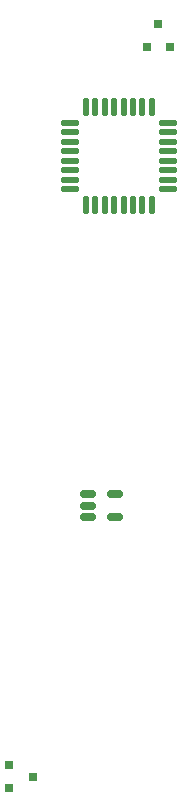
<source format=gbr>
%TF.GenerationSoftware,KiCad,Pcbnew,9.0.7*%
%TF.CreationDate,2026-01-29T13:55:36-08:00*%
%TF.ProjectId,regulator-PCB,72656775-6c61-4746-9f72-2d5043422e6b,rev?*%
%TF.SameCoordinates,Original*%
%TF.FileFunction,Paste,Top*%
%TF.FilePolarity,Positive*%
%FSLAX46Y46*%
G04 Gerber Fmt 4.6, Leading zero omitted, Abs format (unit mm)*
G04 Created by KiCad (PCBNEW 9.0.7) date 2026-01-29 13:55:36*
%MOMM*%
%LPD*%
G01*
G04 APERTURE LIST*
G04 Aperture macros list*
%AMRoundRect*
0 Rectangle with rounded corners*
0 $1 Rounding radius*
0 $2 $3 $4 $5 $6 $7 $8 $9 X,Y pos of 4 corners*
0 Add a 4 corners polygon primitive as box body*
4,1,4,$2,$3,$4,$5,$6,$7,$8,$9,$2,$3,0*
0 Add four circle primitives for the rounded corners*
1,1,$1+$1,$2,$3*
1,1,$1+$1,$4,$5*
1,1,$1+$1,$6,$7*
1,1,$1+$1,$8,$9*
0 Add four rect primitives between the rounded corners*
20,1,$1+$1,$2,$3,$4,$5,0*
20,1,$1+$1,$4,$5,$6,$7,0*
20,1,$1+$1,$6,$7,$8,$9,0*
20,1,$1+$1,$8,$9,$2,$3,0*%
G04 Aperture macros list end*
%ADD10RoundRect,0.125000X-0.125000X-0.625000X0.125000X-0.625000X0.125000X0.625000X-0.125000X0.625000X0*%
%ADD11RoundRect,0.125000X-0.625000X-0.125000X0.625000X-0.125000X0.625000X0.125000X-0.625000X0.125000X0*%
%ADD12R,0.800000X0.800000*%
%ADD13RoundRect,0.150000X-0.512500X-0.150000X0.512500X-0.150000X0.512500X0.150000X-0.512500X0.150000X0*%
G04 APERTURE END LIST*
D10*
%TO.C,U1*%
X92285000Y-81865000D03*
X93085000Y-81865000D03*
X93885000Y-81865000D03*
X94685000Y-81865000D03*
X95485000Y-81865000D03*
X96285000Y-81865000D03*
X97085000Y-81865000D03*
X97885000Y-81865000D03*
D11*
X99260000Y-83240000D03*
X99260000Y-84040000D03*
X99260000Y-84840000D03*
X99260000Y-85640000D03*
X99260000Y-86440000D03*
X99260000Y-87240000D03*
X99260000Y-88040000D03*
X99260000Y-88840000D03*
D10*
X97885000Y-90215000D03*
X97085000Y-90215000D03*
X96285000Y-90215000D03*
X95485000Y-90215000D03*
X94685000Y-90215000D03*
X93885000Y-90215000D03*
X93085000Y-90215000D03*
X92285000Y-90215000D03*
D11*
X90910000Y-88840000D03*
X90910000Y-88040000D03*
X90910000Y-87240000D03*
X90910000Y-86440000D03*
X90910000Y-85640000D03*
X90910000Y-84840000D03*
X90910000Y-84040000D03*
X90910000Y-83240000D03*
%TD*%
D12*
%TO.C,D1*%
X97490000Y-76860000D03*
X99390000Y-76860000D03*
X98440000Y-74840000D03*
%TD*%
%TO.C,D2*%
X85790000Y-137650000D03*
X85790000Y-139550000D03*
X87810000Y-138600000D03*
%TD*%
D13*
%TO.C,U2*%
X92502500Y-114690000D03*
X92502500Y-115640000D03*
X92502500Y-116590000D03*
X94777500Y-116590000D03*
X94777500Y-114690000D03*
%TD*%
M02*

</source>
